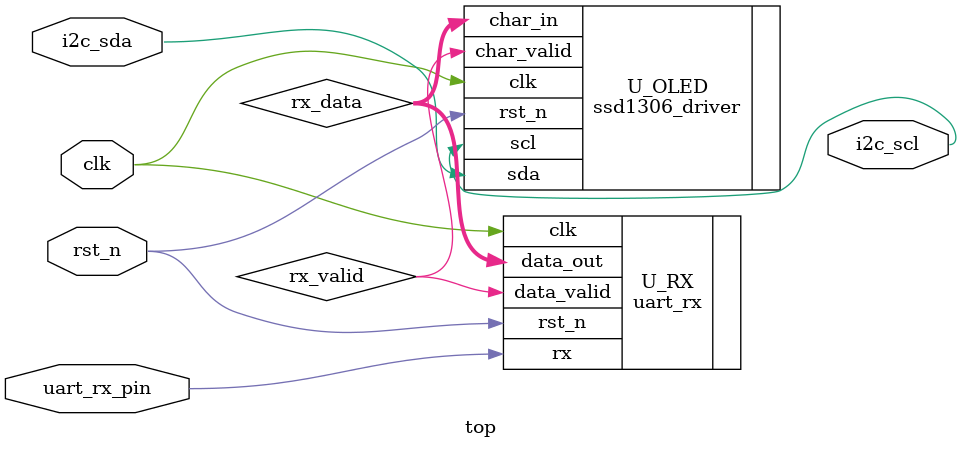
<source format=v>
module top (
    input wire clk,        // 50 MHz FPGA clock
    input wire rst_n,
    input wire uart_rx_pin,
    inout wire i2c_sda,
    output wire i2c_scl
);
    wire [7:0] rx_data;
    wire rx_valid;

    uart_rx #(.CLK_FREQ(50000000), .BAUD_RATE(9600)) U_RX (
        .clk(clk), .rst_n(rst_n),
        .rx(uart_rx_pin),
        .data_out(rx_data),
        .data_valid(rx_valid)
    );

    ssd1306_driver U_OLED (
        .clk(clk), .rst_n(rst_n),
        .char_in(rx_data),
        .char_valid(rx_valid),
        .sda(i2c_sda),
        .scl(i2c_scl)
    );
endmodule
	
</source>
